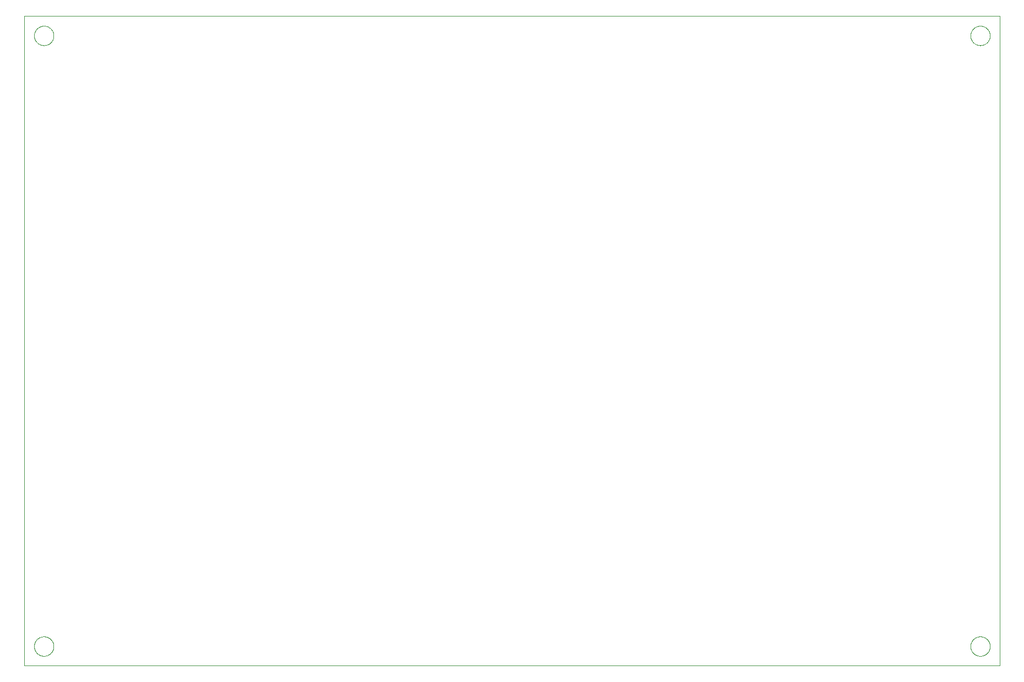
<source format=gbp>
G04 EAGLE Gerber RS-274X export*
G75*
%MOMM*%
%FSLAX34Y34*%
%LPD*%
%INSolder paste bottom*%
%IPPOS*%
%AMOC8*
5,1,8,0,0,1.08239X$1,22.5*%
G01*
%ADD10C,0.000000*%


D10*
X0Y0D02*
X1500000Y0D01*
X1500000Y1000000D01*
X0Y1000000D01*
X0Y0D01*
X15000Y30000D02*
X15005Y30368D01*
X15018Y30736D01*
X15041Y31103D01*
X15072Y31470D01*
X15113Y31836D01*
X15162Y32201D01*
X15221Y32564D01*
X15288Y32926D01*
X15364Y33287D01*
X15450Y33645D01*
X15543Y34001D01*
X15646Y34354D01*
X15757Y34705D01*
X15877Y35053D01*
X16005Y35398D01*
X16142Y35740D01*
X16287Y36079D01*
X16440Y36413D01*
X16602Y36744D01*
X16771Y37071D01*
X16949Y37393D01*
X17134Y37712D01*
X17327Y38025D01*
X17528Y38334D01*
X17736Y38637D01*
X17952Y38935D01*
X18175Y39228D01*
X18405Y39516D01*
X18642Y39798D01*
X18886Y40073D01*
X19136Y40343D01*
X19393Y40607D01*
X19657Y40864D01*
X19927Y41114D01*
X20202Y41358D01*
X20484Y41595D01*
X20772Y41825D01*
X21065Y42048D01*
X21363Y42264D01*
X21666Y42472D01*
X21975Y42673D01*
X22288Y42866D01*
X22607Y43051D01*
X22929Y43229D01*
X23256Y43398D01*
X23587Y43560D01*
X23921Y43713D01*
X24260Y43858D01*
X24602Y43995D01*
X24947Y44123D01*
X25295Y44243D01*
X25646Y44354D01*
X25999Y44457D01*
X26355Y44550D01*
X26713Y44636D01*
X27074Y44712D01*
X27436Y44779D01*
X27799Y44838D01*
X28164Y44887D01*
X28530Y44928D01*
X28897Y44959D01*
X29264Y44982D01*
X29632Y44995D01*
X30000Y45000D01*
X30368Y44995D01*
X30736Y44982D01*
X31103Y44959D01*
X31470Y44928D01*
X31836Y44887D01*
X32201Y44838D01*
X32564Y44779D01*
X32926Y44712D01*
X33287Y44636D01*
X33645Y44550D01*
X34001Y44457D01*
X34354Y44354D01*
X34705Y44243D01*
X35053Y44123D01*
X35398Y43995D01*
X35740Y43858D01*
X36079Y43713D01*
X36413Y43560D01*
X36744Y43398D01*
X37071Y43229D01*
X37393Y43051D01*
X37712Y42866D01*
X38025Y42673D01*
X38334Y42472D01*
X38637Y42264D01*
X38935Y42048D01*
X39228Y41825D01*
X39516Y41595D01*
X39798Y41358D01*
X40073Y41114D01*
X40343Y40864D01*
X40607Y40607D01*
X40864Y40343D01*
X41114Y40073D01*
X41358Y39798D01*
X41595Y39516D01*
X41825Y39228D01*
X42048Y38935D01*
X42264Y38637D01*
X42472Y38334D01*
X42673Y38025D01*
X42866Y37712D01*
X43051Y37393D01*
X43229Y37071D01*
X43398Y36744D01*
X43560Y36413D01*
X43713Y36079D01*
X43858Y35740D01*
X43995Y35398D01*
X44123Y35053D01*
X44243Y34705D01*
X44354Y34354D01*
X44457Y34001D01*
X44550Y33645D01*
X44636Y33287D01*
X44712Y32926D01*
X44779Y32564D01*
X44838Y32201D01*
X44887Y31836D01*
X44928Y31470D01*
X44959Y31103D01*
X44982Y30736D01*
X44995Y30368D01*
X45000Y30000D01*
X44995Y29632D01*
X44982Y29264D01*
X44959Y28897D01*
X44928Y28530D01*
X44887Y28164D01*
X44838Y27799D01*
X44779Y27436D01*
X44712Y27074D01*
X44636Y26713D01*
X44550Y26355D01*
X44457Y25999D01*
X44354Y25646D01*
X44243Y25295D01*
X44123Y24947D01*
X43995Y24602D01*
X43858Y24260D01*
X43713Y23921D01*
X43560Y23587D01*
X43398Y23256D01*
X43229Y22929D01*
X43051Y22607D01*
X42866Y22288D01*
X42673Y21975D01*
X42472Y21666D01*
X42264Y21363D01*
X42048Y21065D01*
X41825Y20772D01*
X41595Y20484D01*
X41358Y20202D01*
X41114Y19927D01*
X40864Y19657D01*
X40607Y19393D01*
X40343Y19136D01*
X40073Y18886D01*
X39798Y18642D01*
X39516Y18405D01*
X39228Y18175D01*
X38935Y17952D01*
X38637Y17736D01*
X38334Y17528D01*
X38025Y17327D01*
X37712Y17134D01*
X37393Y16949D01*
X37071Y16771D01*
X36744Y16602D01*
X36413Y16440D01*
X36079Y16287D01*
X35740Y16142D01*
X35398Y16005D01*
X35053Y15877D01*
X34705Y15757D01*
X34354Y15646D01*
X34001Y15543D01*
X33645Y15450D01*
X33287Y15364D01*
X32926Y15288D01*
X32564Y15221D01*
X32201Y15162D01*
X31836Y15113D01*
X31470Y15072D01*
X31103Y15041D01*
X30736Y15018D01*
X30368Y15005D01*
X30000Y15000D01*
X29632Y15005D01*
X29264Y15018D01*
X28897Y15041D01*
X28530Y15072D01*
X28164Y15113D01*
X27799Y15162D01*
X27436Y15221D01*
X27074Y15288D01*
X26713Y15364D01*
X26355Y15450D01*
X25999Y15543D01*
X25646Y15646D01*
X25295Y15757D01*
X24947Y15877D01*
X24602Y16005D01*
X24260Y16142D01*
X23921Y16287D01*
X23587Y16440D01*
X23256Y16602D01*
X22929Y16771D01*
X22607Y16949D01*
X22288Y17134D01*
X21975Y17327D01*
X21666Y17528D01*
X21363Y17736D01*
X21065Y17952D01*
X20772Y18175D01*
X20484Y18405D01*
X20202Y18642D01*
X19927Y18886D01*
X19657Y19136D01*
X19393Y19393D01*
X19136Y19657D01*
X18886Y19927D01*
X18642Y20202D01*
X18405Y20484D01*
X18175Y20772D01*
X17952Y21065D01*
X17736Y21363D01*
X17528Y21666D01*
X17327Y21975D01*
X17134Y22288D01*
X16949Y22607D01*
X16771Y22929D01*
X16602Y23256D01*
X16440Y23587D01*
X16287Y23921D01*
X16142Y24260D01*
X16005Y24602D01*
X15877Y24947D01*
X15757Y25295D01*
X15646Y25646D01*
X15543Y25999D01*
X15450Y26355D01*
X15364Y26713D01*
X15288Y27074D01*
X15221Y27436D01*
X15162Y27799D01*
X15113Y28164D01*
X15072Y28530D01*
X15041Y28897D01*
X15018Y29264D01*
X15005Y29632D01*
X15000Y30000D01*
X1455000Y30000D02*
X1455005Y30368D01*
X1455018Y30736D01*
X1455041Y31103D01*
X1455072Y31470D01*
X1455113Y31836D01*
X1455162Y32201D01*
X1455221Y32564D01*
X1455288Y32926D01*
X1455364Y33287D01*
X1455450Y33645D01*
X1455543Y34001D01*
X1455646Y34354D01*
X1455757Y34705D01*
X1455877Y35053D01*
X1456005Y35398D01*
X1456142Y35740D01*
X1456287Y36079D01*
X1456440Y36413D01*
X1456602Y36744D01*
X1456771Y37071D01*
X1456949Y37393D01*
X1457134Y37712D01*
X1457327Y38025D01*
X1457528Y38334D01*
X1457736Y38637D01*
X1457952Y38935D01*
X1458175Y39228D01*
X1458405Y39516D01*
X1458642Y39798D01*
X1458886Y40073D01*
X1459136Y40343D01*
X1459393Y40607D01*
X1459657Y40864D01*
X1459927Y41114D01*
X1460202Y41358D01*
X1460484Y41595D01*
X1460772Y41825D01*
X1461065Y42048D01*
X1461363Y42264D01*
X1461666Y42472D01*
X1461975Y42673D01*
X1462288Y42866D01*
X1462607Y43051D01*
X1462929Y43229D01*
X1463256Y43398D01*
X1463587Y43560D01*
X1463921Y43713D01*
X1464260Y43858D01*
X1464602Y43995D01*
X1464947Y44123D01*
X1465295Y44243D01*
X1465646Y44354D01*
X1465999Y44457D01*
X1466355Y44550D01*
X1466713Y44636D01*
X1467074Y44712D01*
X1467436Y44779D01*
X1467799Y44838D01*
X1468164Y44887D01*
X1468530Y44928D01*
X1468897Y44959D01*
X1469264Y44982D01*
X1469632Y44995D01*
X1470000Y45000D01*
X1470368Y44995D01*
X1470736Y44982D01*
X1471103Y44959D01*
X1471470Y44928D01*
X1471836Y44887D01*
X1472201Y44838D01*
X1472564Y44779D01*
X1472926Y44712D01*
X1473287Y44636D01*
X1473645Y44550D01*
X1474001Y44457D01*
X1474354Y44354D01*
X1474705Y44243D01*
X1475053Y44123D01*
X1475398Y43995D01*
X1475740Y43858D01*
X1476079Y43713D01*
X1476413Y43560D01*
X1476744Y43398D01*
X1477071Y43229D01*
X1477393Y43051D01*
X1477712Y42866D01*
X1478025Y42673D01*
X1478334Y42472D01*
X1478637Y42264D01*
X1478935Y42048D01*
X1479228Y41825D01*
X1479516Y41595D01*
X1479798Y41358D01*
X1480073Y41114D01*
X1480343Y40864D01*
X1480607Y40607D01*
X1480864Y40343D01*
X1481114Y40073D01*
X1481358Y39798D01*
X1481595Y39516D01*
X1481825Y39228D01*
X1482048Y38935D01*
X1482264Y38637D01*
X1482472Y38334D01*
X1482673Y38025D01*
X1482866Y37712D01*
X1483051Y37393D01*
X1483229Y37071D01*
X1483398Y36744D01*
X1483560Y36413D01*
X1483713Y36079D01*
X1483858Y35740D01*
X1483995Y35398D01*
X1484123Y35053D01*
X1484243Y34705D01*
X1484354Y34354D01*
X1484457Y34001D01*
X1484550Y33645D01*
X1484636Y33287D01*
X1484712Y32926D01*
X1484779Y32564D01*
X1484838Y32201D01*
X1484887Y31836D01*
X1484928Y31470D01*
X1484959Y31103D01*
X1484982Y30736D01*
X1484995Y30368D01*
X1485000Y30000D01*
X1484995Y29632D01*
X1484982Y29264D01*
X1484959Y28897D01*
X1484928Y28530D01*
X1484887Y28164D01*
X1484838Y27799D01*
X1484779Y27436D01*
X1484712Y27074D01*
X1484636Y26713D01*
X1484550Y26355D01*
X1484457Y25999D01*
X1484354Y25646D01*
X1484243Y25295D01*
X1484123Y24947D01*
X1483995Y24602D01*
X1483858Y24260D01*
X1483713Y23921D01*
X1483560Y23587D01*
X1483398Y23256D01*
X1483229Y22929D01*
X1483051Y22607D01*
X1482866Y22288D01*
X1482673Y21975D01*
X1482472Y21666D01*
X1482264Y21363D01*
X1482048Y21065D01*
X1481825Y20772D01*
X1481595Y20484D01*
X1481358Y20202D01*
X1481114Y19927D01*
X1480864Y19657D01*
X1480607Y19393D01*
X1480343Y19136D01*
X1480073Y18886D01*
X1479798Y18642D01*
X1479516Y18405D01*
X1479228Y18175D01*
X1478935Y17952D01*
X1478637Y17736D01*
X1478334Y17528D01*
X1478025Y17327D01*
X1477712Y17134D01*
X1477393Y16949D01*
X1477071Y16771D01*
X1476744Y16602D01*
X1476413Y16440D01*
X1476079Y16287D01*
X1475740Y16142D01*
X1475398Y16005D01*
X1475053Y15877D01*
X1474705Y15757D01*
X1474354Y15646D01*
X1474001Y15543D01*
X1473645Y15450D01*
X1473287Y15364D01*
X1472926Y15288D01*
X1472564Y15221D01*
X1472201Y15162D01*
X1471836Y15113D01*
X1471470Y15072D01*
X1471103Y15041D01*
X1470736Y15018D01*
X1470368Y15005D01*
X1470000Y15000D01*
X1469632Y15005D01*
X1469264Y15018D01*
X1468897Y15041D01*
X1468530Y15072D01*
X1468164Y15113D01*
X1467799Y15162D01*
X1467436Y15221D01*
X1467074Y15288D01*
X1466713Y15364D01*
X1466355Y15450D01*
X1465999Y15543D01*
X1465646Y15646D01*
X1465295Y15757D01*
X1464947Y15877D01*
X1464602Y16005D01*
X1464260Y16142D01*
X1463921Y16287D01*
X1463587Y16440D01*
X1463256Y16602D01*
X1462929Y16771D01*
X1462607Y16949D01*
X1462288Y17134D01*
X1461975Y17327D01*
X1461666Y17528D01*
X1461363Y17736D01*
X1461065Y17952D01*
X1460772Y18175D01*
X1460484Y18405D01*
X1460202Y18642D01*
X1459927Y18886D01*
X1459657Y19136D01*
X1459393Y19393D01*
X1459136Y19657D01*
X1458886Y19927D01*
X1458642Y20202D01*
X1458405Y20484D01*
X1458175Y20772D01*
X1457952Y21065D01*
X1457736Y21363D01*
X1457528Y21666D01*
X1457327Y21975D01*
X1457134Y22288D01*
X1456949Y22607D01*
X1456771Y22929D01*
X1456602Y23256D01*
X1456440Y23587D01*
X1456287Y23921D01*
X1456142Y24260D01*
X1456005Y24602D01*
X1455877Y24947D01*
X1455757Y25295D01*
X1455646Y25646D01*
X1455543Y25999D01*
X1455450Y26355D01*
X1455364Y26713D01*
X1455288Y27074D01*
X1455221Y27436D01*
X1455162Y27799D01*
X1455113Y28164D01*
X1455072Y28530D01*
X1455041Y28897D01*
X1455018Y29264D01*
X1455005Y29632D01*
X1455000Y30000D01*
X1455000Y970000D02*
X1455005Y970368D01*
X1455018Y970736D01*
X1455041Y971103D01*
X1455072Y971470D01*
X1455113Y971836D01*
X1455162Y972201D01*
X1455221Y972564D01*
X1455288Y972926D01*
X1455364Y973287D01*
X1455450Y973645D01*
X1455543Y974001D01*
X1455646Y974354D01*
X1455757Y974705D01*
X1455877Y975053D01*
X1456005Y975398D01*
X1456142Y975740D01*
X1456287Y976079D01*
X1456440Y976413D01*
X1456602Y976744D01*
X1456771Y977071D01*
X1456949Y977393D01*
X1457134Y977712D01*
X1457327Y978025D01*
X1457528Y978334D01*
X1457736Y978637D01*
X1457952Y978935D01*
X1458175Y979228D01*
X1458405Y979516D01*
X1458642Y979798D01*
X1458886Y980073D01*
X1459136Y980343D01*
X1459393Y980607D01*
X1459657Y980864D01*
X1459927Y981114D01*
X1460202Y981358D01*
X1460484Y981595D01*
X1460772Y981825D01*
X1461065Y982048D01*
X1461363Y982264D01*
X1461666Y982472D01*
X1461975Y982673D01*
X1462288Y982866D01*
X1462607Y983051D01*
X1462929Y983229D01*
X1463256Y983398D01*
X1463587Y983560D01*
X1463921Y983713D01*
X1464260Y983858D01*
X1464602Y983995D01*
X1464947Y984123D01*
X1465295Y984243D01*
X1465646Y984354D01*
X1465999Y984457D01*
X1466355Y984550D01*
X1466713Y984636D01*
X1467074Y984712D01*
X1467436Y984779D01*
X1467799Y984838D01*
X1468164Y984887D01*
X1468530Y984928D01*
X1468897Y984959D01*
X1469264Y984982D01*
X1469632Y984995D01*
X1470000Y985000D01*
X1470368Y984995D01*
X1470736Y984982D01*
X1471103Y984959D01*
X1471470Y984928D01*
X1471836Y984887D01*
X1472201Y984838D01*
X1472564Y984779D01*
X1472926Y984712D01*
X1473287Y984636D01*
X1473645Y984550D01*
X1474001Y984457D01*
X1474354Y984354D01*
X1474705Y984243D01*
X1475053Y984123D01*
X1475398Y983995D01*
X1475740Y983858D01*
X1476079Y983713D01*
X1476413Y983560D01*
X1476744Y983398D01*
X1477071Y983229D01*
X1477393Y983051D01*
X1477712Y982866D01*
X1478025Y982673D01*
X1478334Y982472D01*
X1478637Y982264D01*
X1478935Y982048D01*
X1479228Y981825D01*
X1479516Y981595D01*
X1479798Y981358D01*
X1480073Y981114D01*
X1480343Y980864D01*
X1480607Y980607D01*
X1480864Y980343D01*
X1481114Y980073D01*
X1481358Y979798D01*
X1481595Y979516D01*
X1481825Y979228D01*
X1482048Y978935D01*
X1482264Y978637D01*
X1482472Y978334D01*
X1482673Y978025D01*
X1482866Y977712D01*
X1483051Y977393D01*
X1483229Y977071D01*
X1483398Y976744D01*
X1483560Y976413D01*
X1483713Y976079D01*
X1483858Y975740D01*
X1483995Y975398D01*
X1484123Y975053D01*
X1484243Y974705D01*
X1484354Y974354D01*
X1484457Y974001D01*
X1484550Y973645D01*
X1484636Y973287D01*
X1484712Y972926D01*
X1484779Y972564D01*
X1484838Y972201D01*
X1484887Y971836D01*
X1484928Y971470D01*
X1484959Y971103D01*
X1484982Y970736D01*
X1484995Y970368D01*
X1485000Y970000D01*
X1484995Y969632D01*
X1484982Y969264D01*
X1484959Y968897D01*
X1484928Y968530D01*
X1484887Y968164D01*
X1484838Y967799D01*
X1484779Y967436D01*
X1484712Y967074D01*
X1484636Y966713D01*
X1484550Y966355D01*
X1484457Y965999D01*
X1484354Y965646D01*
X1484243Y965295D01*
X1484123Y964947D01*
X1483995Y964602D01*
X1483858Y964260D01*
X1483713Y963921D01*
X1483560Y963587D01*
X1483398Y963256D01*
X1483229Y962929D01*
X1483051Y962607D01*
X1482866Y962288D01*
X1482673Y961975D01*
X1482472Y961666D01*
X1482264Y961363D01*
X1482048Y961065D01*
X1481825Y960772D01*
X1481595Y960484D01*
X1481358Y960202D01*
X1481114Y959927D01*
X1480864Y959657D01*
X1480607Y959393D01*
X1480343Y959136D01*
X1480073Y958886D01*
X1479798Y958642D01*
X1479516Y958405D01*
X1479228Y958175D01*
X1478935Y957952D01*
X1478637Y957736D01*
X1478334Y957528D01*
X1478025Y957327D01*
X1477712Y957134D01*
X1477393Y956949D01*
X1477071Y956771D01*
X1476744Y956602D01*
X1476413Y956440D01*
X1476079Y956287D01*
X1475740Y956142D01*
X1475398Y956005D01*
X1475053Y955877D01*
X1474705Y955757D01*
X1474354Y955646D01*
X1474001Y955543D01*
X1473645Y955450D01*
X1473287Y955364D01*
X1472926Y955288D01*
X1472564Y955221D01*
X1472201Y955162D01*
X1471836Y955113D01*
X1471470Y955072D01*
X1471103Y955041D01*
X1470736Y955018D01*
X1470368Y955005D01*
X1470000Y955000D01*
X1469632Y955005D01*
X1469264Y955018D01*
X1468897Y955041D01*
X1468530Y955072D01*
X1468164Y955113D01*
X1467799Y955162D01*
X1467436Y955221D01*
X1467074Y955288D01*
X1466713Y955364D01*
X1466355Y955450D01*
X1465999Y955543D01*
X1465646Y955646D01*
X1465295Y955757D01*
X1464947Y955877D01*
X1464602Y956005D01*
X1464260Y956142D01*
X1463921Y956287D01*
X1463587Y956440D01*
X1463256Y956602D01*
X1462929Y956771D01*
X1462607Y956949D01*
X1462288Y957134D01*
X1461975Y957327D01*
X1461666Y957528D01*
X1461363Y957736D01*
X1461065Y957952D01*
X1460772Y958175D01*
X1460484Y958405D01*
X1460202Y958642D01*
X1459927Y958886D01*
X1459657Y959136D01*
X1459393Y959393D01*
X1459136Y959657D01*
X1458886Y959927D01*
X1458642Y960202D01*
X1458405Y960484D01*
X1458175Y960772D01*
X1457952Y961065D01*
X1457736Y961363D01*
X1457528Y961666D01*
X1457327Y961975D01*
X1457134Y962288D01*
X1456949Y962607D01*
X1456771Y962929D01*
X1456602Y963256D01*
X1456440Y963587D01*
X1456287Y963921D01*
X1456142Y964260D01*
X1456005Y964602D01*
X1455877Y964947D01*
X1455757Y965295D01*
X1455646Y965646D01*
X1455543Y965999D01*
X1455450Y966355D01*
X1455364Y966713D01*
X1455288Y967074D01*
X1455221Y967436D01*
X1455162Y967799D01*
X1455113Y968164D01*
X1455072Y968530D01*
X1455041Y968897D01*
X1455018Y969264D01*
X1455005Y969632D01*
X1455000Y970000D01*
X15000Y970000D02*
X15005Y970368D01*
X15018Y970736D01*
X15041Y971103D01*
X15072Y971470D01*
X15113Y971836D01*
X15162Y972201D01*
X15221Y972564D01*
X15288Y972926D01*
X15364Y973287D01*
X15450Y973645D01*
X15543Y974001D01*
X15646Y974354D01*
X15757Y974705D01*
X15877Y975053D01*
X16005Y975398D01*
X16142Y975740D01*
X16287Y976079D01*
X16440Y976413D01*
X16602Y976744D01*
X16771Y977071D01*
X16949Y977393D01*
X17134Y977712D01*
X17327Y978025D01*
X17528Y978334D01*
X17736Y978637D01*
X17952Y978935D01*
X18175Y979228D01*
X18405Y979516D01*
X18642Y979798D01*
X18886Y980073D01*
X19136Y980343D01*
X19393Y980607D01*
X19657Y980864D01*
X19927Y981114D01*
X20202Y981358D01*
X20484Y981595D01*
X20772Y981825D01*
X21065Y982048D01*
X21363Y982264D01*
X21666Y982472D01*
X21975Y982673D01*
X22288Y982866D01*
X22607Y983051D01*
X22929Y983229D01*
X23256Y983398D01*
X23587Y983560D01*
X23921Y983713D01*
X24260Y983858D01*
X24602Y983995D01*
X24947Y984123D01*
X25295Y984243D01*
X25646Y984354D01*
X25999Y984457D01*
X26355Y984550D01*
X26713Y984636D01*
X27074Y984712D01*
X27436Y984779D01*
X27799Y984838D01*
X28164Y984887D01*
X28530Y984928D01*
X28897Y984959D01*
X29264Y984982D01*
X29632Y984995D01*
X30000Y985000D01*
X30368Y984995D01*
X30736Y984982D01*
X31103Y984959D01*
X31470Y984928D01*
X31836Y984887D01*
X32201Y984838D01*
X32564Y984779D01*
X32926Y984712D01*
X33287Y984636D01*
X33645Y984550D01*
X34001Y984457D01*
X34354Y984354D01*
X34705Y984243D01*
X35053Y984123D01*
X35398Y983995D01*
X35740Y983858D01*
X36079Y983713D01*
X36413Y983560D01*
X36744Y983398D01*
X37071Y983229D01*
X37393Y983051D01*
X37712Y982866D01*
X38025Y982673D01*
X38334Y982472D01*
X38637Y982264D01*
X38935Y982048D01*
X39228Y981825D01*
X39516Y981595D01*
X39798Y981358D01*
X40073Y981114D01*
X40343Y980864D01*
X40607Y980607D01*
X40864Y980343D01*
X41114Y980073D01*
X41358Y979798D01*
X41595Y979516D01*
X41825Y979228D01*
X42048Y978935D01*
X42264Y978637D01*
X42472Y978334D01*
X42673Y978025D01*
X42866Y977712D01*
X43051Y977393D01*
X43229Y977071D01*
X43398Y976744D01*
X43560Y976413D01*
X43713Y976079D01*
X43858Y975740D01*
X43995Y975398D01*
X44123Y975053D01*
X44243Y974705D01*
X44354Y974354D01*
X44457Y974001D01*
X44550Y973645D01*
X44636Y973287D01*
X44712Y972926D01*
X44779Y972564D01*
X44838Y972201D01*
X44887Y971836D01*
X44928Y971470D01*
X44959Y971103D01*
X44982Y970736D01*
X44995Y970368D01*
X45000Y970000D01*
X44995Y969632D01*
X44982Y969264D01*
X44959Y968897D01*
X44928Y968530D01*
X44887Y968164D01*
X44838Y967799D01*
X44779Y967436D01*
X44712Y967074D01*
X44636Y966713D01*
X44550Y966355D01*
X44457Y965999D01*
X44354Y965646D01*
X44243Y965295D01*
X44123Y964947D01*
X43995Y964602D01*
X43858Y964260D01*
X43713Y963921D01*
X43560Y963587D01*
X43398Y963256D01*
X43229Y962929D01*
X43051Y962607D01*
X42866Y962288D01*
X42673Y961975D01*
X42472Y961666D01*
X42264Y961363D01*
X42048Y961065D01*
X41825Y960772D01*
X41595Y960484D01*
X41358Y960202D01*
X41114Y959927D01*
X40864Y959657D01*
X40607Y959393D01*
X40343Y959136D01*
X40073Y958886D01*
X39798Y958642D01*
X39516Y958405D01*
X39228Y958175D01*
X38935Y957952D01*
X38637Y957736D01*
X38334Y957528D01*
X38025Y957327D01*
X37712Y957134D01*
X37393Y956949D01*
X37071Y956771D01*
X36744Y956602D01*
X36413Y956440D01*
X36079Y956287D01*
X35740Y956142D01*
X35398Y956005D01*
X35053Y955877D01*
X34705Y955757D01*
X34354Y955646D01*
X34001Y955543D01*
X33645Y955450D01*
X33287Y955364D01*
X32926Y955288D01*
X32564Y955221D01*
X32201Y955162D01*
X31836Y955113D01*
X31470Y955072D01*
X31103Y955041D01*
X30736Y955018D01*
X30368Y955005D01*
X30000Y955000D01*
X29632Y955005D01*
X29264Y955018D01*
X28897Y955041D01*
X28530Y955072D01*
X28164Y955113D01*
X27799Y955162D01*
X27436Y955221D01*
X27074Y955288D01*
X26713Y955364D01*
X26355Y955450D01*
X25999Y955543D01*
X25646Y955646D01*
X25295Y955757D01*
X24947Y955877D01*
X24602Y956005D01*
X24260Y956142D01*
X23921Y956287D01*
X23587Y956440D01*
X23256Y956602D01*
X22929Y956771D01*
X22607Y956949D01*
X22288Y957134D01*
X21975Y957327D01*
X21666Y957528D01*
X21363Y957736D01*
X21065Y957952D01*
X20772Y958175D01*
X20484Y958405D01*
X20202Y958642D01*
X19927Y958886D01*
X19657Y959136D01*
X19393Y959393D01*
X19136Y959657D01*
X18886Y959927D01*
X18642Y960202D01*
X18405Y960484D01*
X18175Y960772D01*
X17952Y961065D01*
X17736Y961363D01*
X17528Y961666D01*
X17327Y961975D01*
X17134Y962288D01*
X16949Y962607D01*
X16771Y962929D01*
X16602Y963256D01*
X16440Y963587D01*
X16287Y963921D01*
X16142Y964260D01*
X16005Y964602D01*
X15877Y964947D01*
X15757Y965295D01*
X15646Y965646D01*
X15543Y965999D01*
X15450Y966355D01*
X15364Y966713D01*
X15288Y967074D01*
X15221Y967436D01*
X15162Y967799D01*
X15113Y968164D01*
X15072Y968530D01*
X15041Y968897D01*
X15018Y969264D01*
X15005Y969632D01*
X15000Y970000D01*
M02*

</source>
